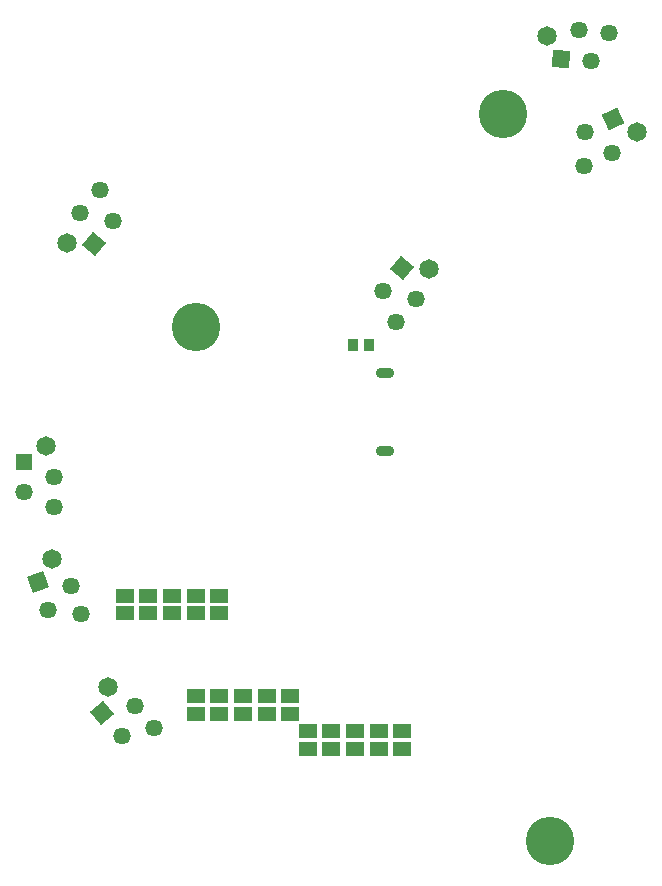
<source format=gbr>
%TF.GenerationSoftware,Altium Limited,Altium Designer,22.9.1 (49)*%
G04 Layer_Color=16711935*
%FSLAX45Y45*%
%MOMM*%
%TF.SameCoordinates,A07B7C20-9008-4073-B72B-9E11D2315A39*%
%TF.FilePolarity,Negative*%
%TF.FileFunction,Soldermask,Bot*%
%TF.Part,Single*%
G01*
G75*
%TA.AperFunction,ComponentPad*%
G04:AMPARAMS|DCode=49|XSize=0.9mm|YSize=1.6mm|CornerRadius=0.45mm|HoleSize=0mm|Usage=FLASHONLY|Rotation=90.000|XOffset=0mm|YOffset=0mm|HoleType=Round|Shape=RoundedRectangle|*
%AMROUNDEDRECTD49*
21,1,0.90000,0.70000,0,0,90.0*
21,1,0.00000,1.60000,0,0,90.0*
1,1,0.90000,0.35000,0.00000*
1,1,0.90000,0.35000,0.00000*
1,1,0.90000,-0.35000,0.00000*
1,1,0.90000,-0.35000,0.00000*
%
%ADD49ROUNDEDRECTD49*%
%TA.AperFunction,SMDPad,CuDef*%
%ADD60R,1.50000X1.20000*%
%ADD61R,0.90000X1.00000*%
%TA.AperFunction,ComponentPad*%
%ADD62P,2.06192X4X275.0*%
%ADD63C,1.45800*%
%ADD64C,1.65000*%
%ADD65P,2.06192X4X355.0*%
%ADD66P,2.06192X4X400.0*%
%ADD67P,2.06192X4X335.0*%
%ADD68P,2.06192X4X250.0*%
%ADD69R,1.45800X1.45800*%
%ADD70C,4.10000*%
D49*
X13000000Y10750000D02*
D03*
Y11410000D02*
D03*
D60*
X12549999Y8375000D02*
D03*
Y8225000D02*
D03*
X12349999Y8375000D02*
D03*
Y8225000D02*
D03*
X13150000D02*
D03*
Y8375000D02*
D03*
X12950000Y8225000D02*
D03*
Y8375000D02*
D03*
X12750000Y8225000D02*
D03*
Y8375000D02*
D03*
X11200000Y9375000D02*
D03*
Y9525000D02*
D03*
X10800000Y9375000D02*
D03*
Y9525000D02*
D03*
X11000000Y9375000D02*
D03*
Y9525000D02*
D03*
X11400000Y9375000D02*
D03*
Y9525000D02*
D03*
X11600000Y9375000D02*
D03*
Y9525000D02*
D03*
X12000000Y8525000D02*
D03*
Y8675000D02*
D03*
X12200000Y8525000D02*
D03*
Y8675000D02*
D03*
X11400000Y8525000D02*
D03*
Y8675000D02*
D03*
X11800000Y8525000D02*
D03*
Y8675000D02*
D03*
X11600000Y8525000D02*
D03*
Y8675000D02*
D03*
D61*
X12730000Y11650000D02*
D03*
X12870000D02*
D03*
D62*
X13150000Y12300000D02*
D03*
X10536732Y12505425D02*
D03*
D63*
X13262941Y12039444D02*
D03*
X12986732Y12105425D02*
D03*
X13099673Y11844869D02*
D03*
X10886732Y8594575D02*
D03*
X10773791Y8334020D02*
D03*
X11050000Y8400000D02*
D03*
X14645621Y14314102D02*
D03*
X14750000Y14050000D02*
D03*
X14898654Y14291965D02*
D03*
X10345246Y9606214D02*
D03*
X10150000Y9400000D02*
D03*
X10432119Y9367532D02*
D03*
X14922446Y13273471D02*
D03*
X14700000Y13450000D02*
D03*
X14692244Y13166125D02*
D03*
X10204000Y10527000D02*
D03*
X9950000Y10400000D02*
D03*
X10204000Y10273000D02*
D03*
X10423790Y12765980D02*
D03*
X10700000Y12700000D02*
D03*
X10587059Y12960555D02*
D03*
D64*
X13377879Y12291544D02*
D03*
X10658420Y8751543D02*
D03*
X14373187Y14263654D02*
D03*
X10184389Y9831802D02*
D03*
X15133156Y13453375D02*
D03*
X10130000Y10794000D02*
D03*
X10308854Y12513880D02*
D03*
D65*
X10610523Y8528595D02*
D03*
D66*
X14496967Y14072137D02*
D03*
D67*
X10063127Y9638682D02*
D03*
D68*
X14930202Y13557346D02*
D03*
D69*
X9950000Y10654000D02*
D03*
D70*
X11400000Y11800000D02*
D03*
X14000000Y13600000D02*
D03*
X14400000Y7450000D02*
D03*
%TF.MD5,8f5a11c4f93a152a87b900fc2f8a870a*%
M02*

</source>
